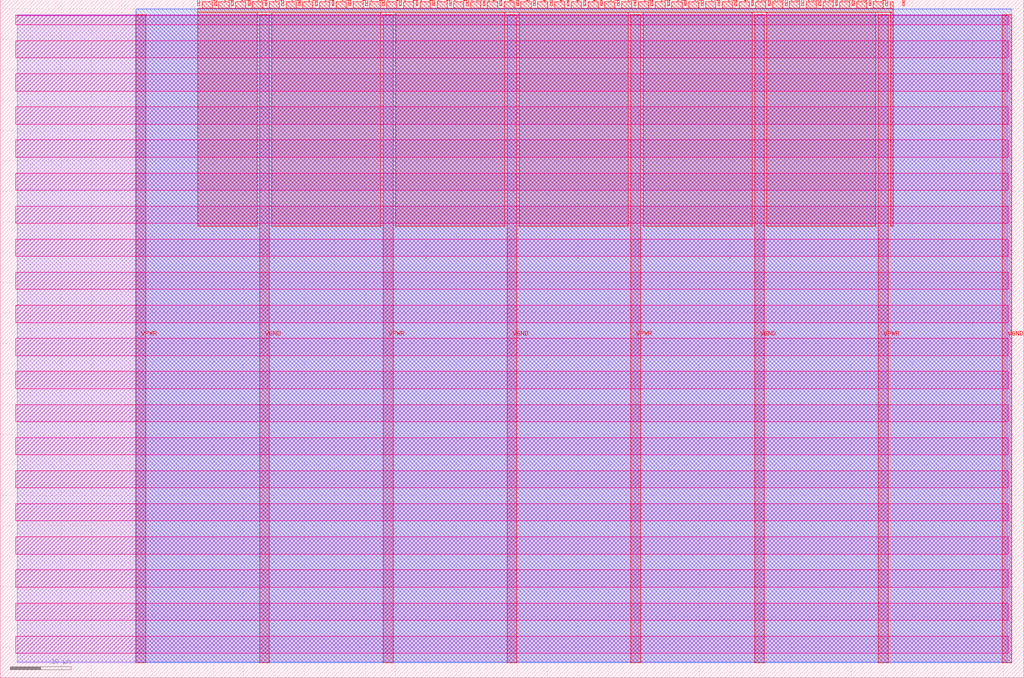
<source format=lef>
VERSION 5.7 ;
  NOWIREEXTENSIONATPIN ON ;
  DIVIDERCHAR "/" ;
  BUSBITCHARS "[]" ;
MACRO tt_um_wokwi_380361576213660673
  CLASS BLOCK ;
  FOREIGN tt_um_wokwi_380361576213660673 ;
  ORIGIN 0.000 0.000 ;
  SIZE 168.360 BY 111.520 ;
  PIN VGND
    DIRECTION INOUT ;
    USE GROUND ;
    PORT
      LAYER met4 ;
        RECT 42.670 2.480 44.270 109.040 ;
    END
    PORT
      LAYER met4 ;
        RECT 83.380 2.480 84.980 109.040 ;
    END
    PORT
      LAYER met4 ;
        RECT 124.090 2.480 125.690 109.040 ;
    END
    PORT
      LAYER met4 ;
        RECT 164.800 2.480 166.400 109.040 ;
    END
  END VGND
  PIN VPWR
    DIRECTION INOUT ;
    USE POWER ;
    PORT
      LAYER met4 ;
        RECT 22.315 2.480 23.915 109.040 ;
    END
    PORT
      LAYER met4 ;
        RECT 63.025 2.480 64.625 109.040 ;
    END
    PORT
      LAYER met4 ;
        RECT 103.735 2.480 105.335 109.040 ;
    END
    PORT
      LAYER met4 ;
        RECT 144.445 2.480 146.045 109.040 ;
    END
  END VPWR
  PIN clk
    DIRECTION INPUT ;
    USE SIGNAL ;
    ANTENNAGATEAREA 0.852000 ;
    PORT
      LAYER met4 ;
        RECT 145.670 110.520 145.970 111.520 ;
    END
  END clk
  PIN ena
    DIRECTION INPUT ;
    USE SIGNAL ;
    PORT
      LAYER met4 ;
        RECT 148.430 110.520 148.730 111.520 ;
    END
  END ena
  PIN rst_n
    DIRECTION INPUT ;
    USE SIGNAL ;
    ANTENNAGATEAREA 0.213000 ;
    PORT
      LAYER met4 ;
        RECT 142.910 110.520 143.210 111.520 ;
    END
  END rst_n
  PIN ui_in[0]
    DIRECTION INPUT ;
    USE SIGNAL ;
    ANTENNAGATEAREA 0.196500 ;
    PORT
      LAYER met4 ;
        RECT 140.150 110.520 140.450 111.520 ;
    END
  END ui_in[0]
  PIN ui_in[1]
    DIRECTION INPUT ;
    USE SIGNAL ;
    ANTENNAGATEAREA 0.196500 ;
    PORT
      LAYER met4 ;
        RECT 137.390 110.520 137.690 111.520 ;
    END
  END ui_in[1]
  PIN ui_in[2]
    DIRECTION INPUT ;
    USE SIGNAL ;
    ANTENNAGATEAREA 0.196500 ;
    PORT
      LAYER met4 ;
        RECT 134.630 110.520 134.930 111.520 ;
    END
  END ui_in[2]
  PIN ui_in[3]
    DIRECTION INPUT ;
    USE SIGNAL ;
    ANTENNAGATEAREA 0.196500 ;
    PORT
      LAYER met4 ;
        RECT 131.870 110.520 132.170 111.520 ;
    END
  END ui_in[3]
  PIN ui_in[4]
    DIRECTION INPUT ;
    USE SIGNAL ;
    ANTENNAGATEAREA 0.196500 ;
    PORT
      LAYER met4 ;
        RECT 129.110 110.520 129.410 111.520 ;
    END
  END ui_in[4]
  PIN ui_in[5]
    DIRECTION INPUT ;
    USE SIGNAL ;
    ANTENNAGATEAREA 0.196500 ;
    PORT
      LAYER met4 ;
        RECT 126.350 110.520 126.650 111.520 ;
    END
  END ui_in[5]
  PIN ui_in[6]
    DIRECTION INPUT ;
    USE SIGNAL ;
    ANTENNAGATEAREA 0.196500 ;
    PORT
      LAYER met4 ;
        RECT 123.590 110.520 123.890 111.520 ;
    END
  END ui_in[6]
  PIN ui_in[7]
    DIRECTION INPUT ;
    USE SIGNAL ;
    ANTENNAGATEAREA 0.196500 ;
    PORT
      LAYER met4 ;
        RECT 120.830 110.520 121.130 111.520 ;
    END
  END ui_in[7]
  PIN uio_in[0]
    DIRECTION INPUT ;
    USE SIGNAL ;
    ANTENNAGATEAREA 0.213000 ;
    PORT
      LAYER met4 ;
        RECT 118.070 110.520 118.370 111.520 ;
    END
  END uio_in[0]
  PIN uio_in[1]
    DIRECTION INPUT ;
    USE SIGNAL ;
    ANTENNAGATEAREA 0.196500 ;
    PORT
      LAYER met4 ;
        RECT 115.310 110.520 115.610 111.520 ;
    END
  END uio_in[1]
  PIN uio_in[2]
    DIRECTION INPUT ;
    USE SIGNAL ;
    PORT
      LAYER met4 ;
        RECT 112.550 110.520 112.850 111.520 ;
    END
  END uio_in[2]
  PIN uio_in[3]
    DIRECTION INPUT ;
    USE SIGNAL ;
    PORT
      LAYER met4 ;
        RECT 109.790 110.520 110.090 111.520 ;
    END
  END uio_in[3]
  PIN uio_in[4]
    DIRECTION INPUT ;
    USE SIGNAL ;
    ANTENNAGATEAREA 0.196500 ;
    PORT
      LAYER met4 ;
        RECT 107.030 110.520 107.330 111.520 ;
    END
  END uio_in[4]
  PIN uio_in[5]
    DIRECTION INPUT ;
    USE SIGNAL ;
    ANTENNAGATEAREA 0.159000 ;
    PORT
      LAYER met4 ;
        RECT 104.270 110.520 104.570 111.520 ;
    END
  END uio_in[5]
  PIN uio_in[6]
    DIRECTION INPUT ;
    USE SIGNAL ;
    ANTENNAGATEAREA 0.213000 ;
    PORT
      LAYER met4 ;
        RECT 101.510 110.520 101.810 111.520 ;
    END
  END uio_in[6]
  PIN uio_in[7]
    DIRECTION INPUT ;
    USE SIGNAL ;
    ANTENNAGATEAREA 0.159000 ;
    PORT
      LAYER met4 ;
        RECT 98.750 110.520 99.050 111.520 ;
    END
  END uio_in[7]
  PIN uio_oe[0]
    DIRECTION OUTPUT TRISTATE ;
    USE SIGNAL ;
    PORT
      LAYER met4 ;
        RECT 51.830 110.520 52.130 111.520 ;
    END
  END uio_oe[0]
  PIN uio_oe[1]
    DIRECTION OUTPUT TRISTATE ;
    USE SIGNAL ;
    PORT
      LAYER met4 ;
        RECT 49.070 110.520 49.370 111.520 ;
    END
  END uio_oe[1]
  PIN uio_oe[2]
    DIRECTION OUTPUT TRISTATE ;
    USE SIGNAL ;
    PORT
      LAYER met4 ;
        RECT 46.310 110.520 46.610 111.520 ;
    END
  END uio_oe[2]
  PIN uio_oe[3]
    DIRECTION OUTPUT TRISTATE ;
    USE SIGNAL ;
    PORT
      LAYER met4 ;
        RECT 43.550 110.520 43.850 111.520 ;
    END
  END uio_oe[3]
  PIN uio_oe[4]
    DIRECTION OUTPUT TRISTATE ;
    USE SIGNAL ;
    PORT
      LAYER met4 ;
        RECT 40.790 110.520 41.090 111.520 ;
    END
  END uio_oe[4]
  PIN uio_oe[5]
    DIRECTION OUTPUT TRISTATE ;
    USE SIGNAL ;
    PORT
      LAYER met4 ;
        RECT 38.030 110.520 38.330 111.520 ;
    END
  END uio_oe[5]
  PIN uio_oe[6]
    DIRECTION OUTPUT TRISTATE ;
    USE SIGNAL ;
    PORT
      LAYER met4 ;
        RECT 35.270 110.520 35.570 111.520 ;
    END
  END uio_oe[6]
  PIN uio_oe[7]
    DIRECTION OUTPUT TRISTATE ;
    USE SIGNAL ;
    PORT
      LAYER met4 ;
        RECT 32.510 110.520 32.810 111.520 ;
    END
  END uio_oe[7]
  PIN uio_out[0]
    DIRECTION OUTPUT TRISTATE ;
    USE SIGNAL ;
    PORT
      LAYER met4 ;
        RECT 73.910 110.520 74.210 111.520 ;
    END
  END uio_out[0]
  PIN uio_out[1]
    DIRECTION OUTPUT TRISTATE ;
    USE SIGNAL ;
    PORT
      LAYER met4 ;
        RECT 71.150 110.520 71.450 111.520 ;
    END
  END uio_out[1]
  PIN uio_out[2]
    DIRECTION OUTPUT TRISTATE ;
    USE SIGNAL ;
    PORT
      LAYER met4 ;
        RECT 68.390 110.520 68.690 111.520 ;
    END
  END uio_out[2]
  PIN uio_out[3]
    DIRECTION OUTPUT TRISTATE ;
    USE SIGNAL ;
    PORT
      LAYER met4 ;
        RECT 65.630 110.520 65.930 111.520 ;
    END
  END uio_out[3]
  PIN uio_out[4]
    DIRECTION OUTPUT TRISTATE ;
    USE SIGNAL ;
    PORT
      LAYER met4 ;
        RECT 62.870 110.520 63.170 111.520 ;
    END
  END uio_out[4]
  PIN uio_out[5]
    DIRECTION OUTPUT TRISTATE ;
    USE SIGNAL ;
    PORT
      LAYER met4 ;
        RECT 60.110 110.520 60.410 111.520 ;
    END
  END uio_out[5]
  PIN uio_out[6]
    DIRECTION OUTPUT TRISTATE ;
    USE SIGNAL ;
    PORT
      LAYER met4 ;
        RECT 57.350 110.520 57.650 111.520 ;
    END
  END uio_out[6]
  PIN uio_out[7]
    DIRECTION OUTPUT TRISTATE ;
    USE SIGNAL ;
    PORT
      LAYER met4 ;
        RECT 54.590 110.520 54.890 111.520 ;
    END
  END uio_out[7]
  PIN uo_out[0]
    DIRECTION OUTPUT TRISTATE ;
    USE SIGNAL ;
    ANTENNADIFFAREA 0.795200 ;
    PORT
      LAYER met4 ;
        RECT 95.990 110.520 96.290 111.520 ;
    END
  END uo_out[0]
  PIN uo_out[1]
    DIRECTION OUTPUT TRISTATE ;
    USE SIGNAL ;
    ANTENNADIFFAREA 0.795200 ;
    PORT
      LAYER met4 ;
        RECT 93.230 110.520 93.530 111.520 ;
    END
  END uo_out[1]
  PIN uo_out[2]
    DIRECTION OUTPUT TRISTATE ;
    USE SIGNAL ;
    ANTENNADIFFAREA 0.445500 ;
    PORT
      LAYER met4 ;
        RECT 90.470 110.520 90.770 111.520 ;
    END
  END uo_out[2]
  PIN uo_out[3]
    DIRECTION OUTPUT TRISTATE ;
    USE SIGNAL ;
    ANTENNADIFFAREA 0.795200 ;
    PORT
      LAYER met4 ;
        RECT 87.710 110.520 88.010 111.520 ;
    END
  END uo_out[3]
  PIN uo_out[4]
    DIRECTION OUTPUT TRISTATE ;
    USE SIGNAL ;
    ANTENNADIFFAREA 0.445500 ;
    PORT
      LAYER met4 ;
        RECT 84.950 110.520 85.250 111.520 ;
    END
  END uo_out[4]
  PIN uo_out[5]
    DIRECTION OUTPUT TRISTATE ;
    USE SIGNAL ;
    ANTENNADIFFAREA 0.795200 ;
    PORT
      LAYER met4 ;
        RECT 82.190 110.520 82.490 111.520 ;
    END
  END uo_out[5]
  PIN uo_out[6]
    DIRECTION OUTPUT TRISTATE ;
    USE SIGNAL ;
    ANTENNADIFFAREA 0.445500 ;
    PORT
      LAYER met4 ;
        RECT 79.430 110.520 79.730 111.520 ;
    END
  END uo_out[6]
  PIN uo_out[7]
    DIRECTION OUTPUT TRISTATE ;
    USE SIGNAL ;
    ANTENNADIFFAREA 0.445500 ;
    PORT
      LAYER met4 ;
        RECT 76.670 110.520 76.970 111.520 ;
    END
  END uo_out[7]
  OBS
      LAYER nwell ;
        RECT 2.570 107.385 165.790 108.990 ;
        RECT 2.570 101.945 165.790 104.775 ;
        RECT 2.570 96.505 165.790 99.335 ;
        RECT 2.570 91.065 165.790 93.895 ;
        RECT 2.570 85.625 165.790 88.455 ;
        RECT 2.570 80.185 165.790 83.015 ;
        RECT 2.570 74.745 165.790 77.575 ;
        RECT 2.570 69.305 165.790 72.135 ;
        RECT 2.570 63.865 165.790 66.695 ;
        RECT 2.570 58.425 165.790 61.255 ;
        RECT 2.570 52.985 165.790 55.815 ;
        RECT 2.570 47.545 165.790 50.375 ;
        RECT 2.570 42.105 165.790 44.935 ;
        RECT 2.570 36.665 165.790 39.495 ;
        RECT 2.570 31.225 165.790 34.055 ;
        RECT 2.570 25.785 165.790 28.615 ;
        RECT 2.570 20.345 165.790 23.175 ;
        RECT 2.570 14.905 165.790 17.735 ;
        RECT 2.570 9.465 165.790 12.295 ;
        RECT 2.570 4.025 165.790 6.855 ;
      LAYER li1 ;
        RECT 2.760 2.635 165.600 108.885 ;
      LAYER met1 ;
        RECT 2.760 2.480 166.400 109.040 ;
      LAYER met2 ;
        RECT 22.345 2.535 166.370 110.005 ;
      LAYER met3 ;
        RECT 22.325 2.555 166.390 109.985 ;
      LAYER met4 ;
        RECT 33.210 110.120 34.870 111.170 ;
        RECT 35.970 110.120 37.630 111.170 ;
        RECT 38.730 110.120 40.390 111.170 ;
        RECT 41.490 110.120 43.150 111.170 ;
        RECT 44.250 110.120 45.910 111.170 ;
        RECT 47.010 110.120 48.670 111.170 ;
        RECT 49.770 110.120 51.430 111.170 ;
        RECT 52.530 110.120 54.190 111.170 ;
        RECT 55.290 110.120 56.950 111.170 ;
        RECT 58.050 110.120 59.710 111.170 ;
        RECT 60.810 110.120 62.470 111.170 ;
        RECT 63.570 110.120 65.230 111.170 ;
        RECT 66.330 110.120 67.990 111.170 ;
        RECT 69.090 110.120 70.750 111.170 ;
        RECT 71.850 110.120 73.510 111.170 ;
        RECT 74.610 110.120 76.270 111.170 ;
        RECT 77.370 110.120 79.030 111.170 ;
        RECT 80.130 110.120 81.790 111.170 ;
        RECT 82.890 110.120 84.550 111.170 ;
        RECT 85.650 110.120 87.310 111.170 ;
        RECT 88.410 110.120 90.070 111.170 ;
        RECT 91.170 110.120 92.830 111.170 ;
        RECT 93.930 110.120 95.590 111.170 ;
        RECT 96.690 110.120 98.350 111.170 ;
        RECT 99.450 110.120 101.110 111.170 ;
        RECT 102.210 110.120 103.870 111.170 ;
        RECT 104.970 110.120 106.630 111.170 ;
        RECT 107.730 110.120 109.390 111.170 ;
        RECT 110.490 110.120 112.150 111.170 ;
        RECT 113.250 110.120 114.910 111.170 ;
        RECT 116.010 110.120 117.670 111.170 ;
        RECT 118.770 110.120 120.430 111.170 ;
        RECT 121.530 110.120 123.190 111.170 ;
        RECT 124.290 110.120 125.950 111.170 ;
        RECT 127.050 110.120 128.710 111.170 ;
        RECT 129.810 110.120 131.470 111.170 ;
        RECT 132.570 110.120 134.230 111.170 ;
        RECT 135.330 110.120 136.990 111.170 ;
        RECT 138.090 110.120 139.750 111.170 ;
        RECT 140.850 110.120 142.510 111.170 ;
        RECT 143.610 110.120 145.270 111.170 ;
        RECT 146.370 110.120 146.905 111.170 ;
        RECT 32.495 109.440 146.905 110.120 ;
        RECT 32.495 74.295 42.270 109.440 ;
        RECT 44.670 74.295 62.625 109.440 ;
        RECT 65.025 74.295 82.980 109.440 ;
        RECT 85.380 74.295 103.335 109.440 ;
        RECT 105.735 74.295 123.690 109.440 ;
        RECT 126.090 74.295 144.045 109.440 ;
        RECT 146.445 74.295 146.905 109.440 ;
  END
END tt_um_wokwi_380361576213660673
END LIBRARY


</source>
